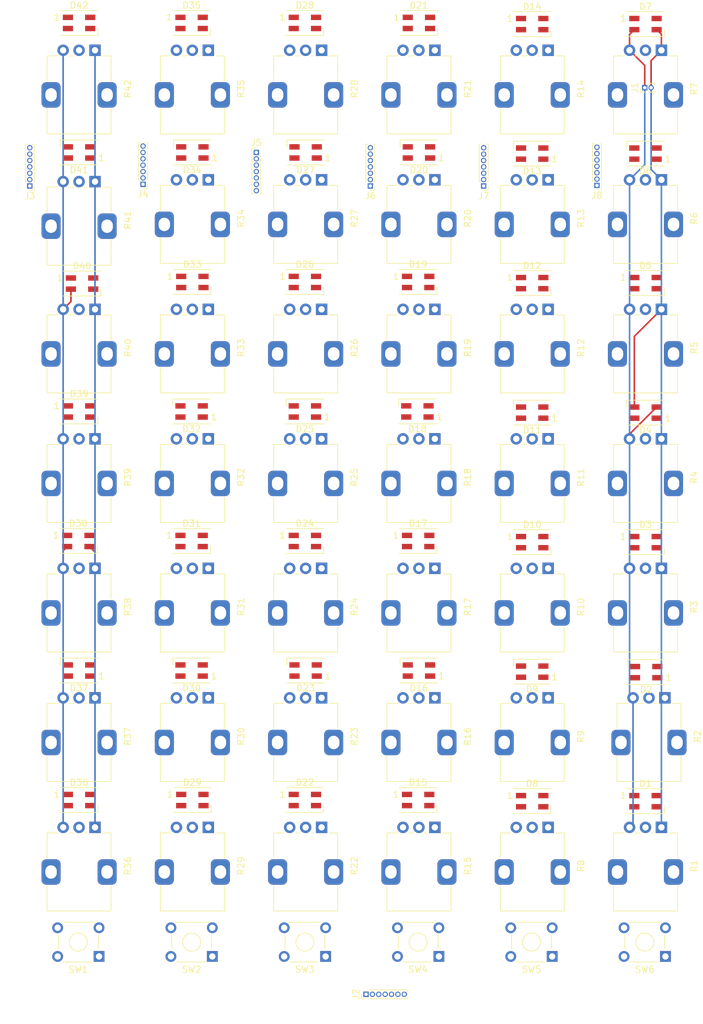
<source format=kicad_pcb>
(kicad_pcb (version 20211014) (generator pcbnew)
  (layers (0 "F.Cu" signal) (31 "B.Cu" signal) (34 "B.Paste" user) (35 "F.Paste" user) (36 "B.SilkS" user "B.Silkscreen") (37 "F.SilkS" user "F.Silkscreen") (38 "B.Mask" user) (39 "F.Mask" user) (44 "Edge.Cuts" user))
  (net 0 "")
  (net 1 "Net-(D1-Pad1)")
  (net 2 "GROUND")
  (net 3 "5VDC")
  (net 4 "LED_CNTRL")
  (net 5 "Net-(D2-Pad4)")
  (net 6 "Net-(D10-Pad1)")
  (net 7 "Net-(D13-Pad4)")
  (net 8 "Net-(D16-Pad4)")
  (net 9 "Net-(D22-Pad4)")
  (net 10 "Net-(D29-Pad4)")
  (net 11 "Net-(D31-Pad1)")
  (net 12 "Net-(D32-Pad1)")
  (net 13 "Net-(D34-Pad4)")
  (net 14 "Net-(D35-Pad4)")
  (net 15 "Net-(D37-Pad1)")
  (net 16 "Net-(D38-Pad1)")
  (net 17 "B6_1")
  (net 18 "B6_2")
  (net 19 "B6_3")
  (net 20 "B6_4")
  (net 21 "B6_5")
  (net 22 "B6_6")
  (net 23 "B6_7")
  (net 24 "B5_1")
  (net 25 "B5_2")
  (net 26 "B5_3")
  (net 27 "B5_4")
  (net 28 "B5_5")
  (net 29 "B5_6")
  (net 30 "B5_7")
  (net 31 "B2_1")
  (net 32 "B2_2")
  (net 33 "B2_3")
  (net 34 "B2_4")
  (net 35 "B2_5")
  (net 36 "B2_6")
  (net 37 "B2_7")
  (net 38 "B1_1")
  (net 39 "B1_2")
  (net 40 "B1_3")
  (net 41 "B1_4")
  (net 42 "B1_5")
  (net 43 "B1_6")
  (net 44 "B1_7")
  (net 45 "B6_8")
  (net 46 "B5_8")
  (net 47 "B4_8")
  (net 48 "B3_8")
  (net 49 "B2_8")
  (net 50 "B1_8")
  (footprint "LED_SMD:LED_SK6812MINI_PLCC4_3.5x3.5mm_P1.75mm" (layer "F.Cu") (at 36.24 19.19)
    (fp_text reference "D42")
    (fp_text value "NeoPixel_THT")
  )
  (footprint "LED_SMD:LED_SK6812MINI_PLCC4_3.5x3.5mm_P1.75mm" (layer "F.Cu") (at 53.902 80.15 180)
    (fp_text reference "D32")
    (fp_text value "NeoPixel_THT")
  )
  (footprint "Potentiometer_THT:Potentiometer_Alps_RK09K_Single_Vertical" (layer "F.Cu") (at 109.86 23.48 -90)
    (fp_text reference "R14")
    (fp_text value "R_Potentiometer")
  )
  (footprint "Potentiometer_THT:Potentiometer_Alps_RK09K_Single_Vertical" (layer "F.Cu") (at 109.86 104.76 -90)
    (fp_text reference "R10")
    (fp_text value "R_Potentiometer")
  )
  (footprint "Potentiometer_THT:Potentiometer_Alps_RK09K_Single_Vertical" (layer "F.Cu") (at 109.86 64.12 -90)
    (fp_text reference "R12")
    (fp_text value "R_Potentiometer")
  )
  (footprint "Potentiometer_THT:Potentiometer_Alps_RK09K_Single_Vertical" (layer "F.Cu") (at 38.74 125.08 -90)
    (fp_text reference "R37")
    (fp_text value "R_Potentiometer")
  )
  (footprint "Potentiometer_THT:Potentiometer_Alps_RK09K_Single_Vertical" (layer "F.Cu") (at 74.3 23.48 -90)
    (fp_text reference "R28")
    (fp_text value "R_Potentiometer")
  )
  (footprint "Connector_PinHeader_1.00mm:PinHeader_1x07_P1.00mm_Vertical" (layer "F.Cu") (at 81.28 171.59 90)
    (fp_text reference "J2")
    (fp_text value "Conn_01x07")
  )
  (footprint "LED_SMD:LED_SK6812MINI_PLCC4_3.5x3.5mm_P1.75mm" (layer "F.Cu") (at 125.14 60.01)
    (fp_text reference "D5")
    (fp_text value "NeoPixel_THT")
  )
  (footprint "LED_SMD:LED_SK6812MINI_PLCC4_3.5x3.5mm_P1.75mm" (layer "F.Cu") (at 36.712 60.08)
    (fp_text reference "D40")
    (fp_text value "NeoPixel_THT")
  )
  (footprint "LED_SMD:LED_SK6812MINI_PLCC4_3.5x3.5mm_P1.75mm" (layer "F.Cu") (at 71.682 19.19)
    (fp_text reference "D28")
    (fp_text value "NeoPixel_THT")
  )
  (footprint "LED_SMD:LED_SK6812MINI_PLCC4_3.5x3.5mm_P1.75mm" (layer "F.Cu") (at 125.14 19.37)
    (fp_text reference "D7")
    (fp_text value "NeoPixel_THT")
  )
  (footprint "Potentiometer_THT:Potentiometer_Alps_RK09K_Single_Vertical" (layer "F.Cu") (at 38.74 104.76 -90)
    (fp_text reference "R38")
    (fp_text value "R_Potentiometer")
  )
  (footprint "Potentiometer_THT:Potentiometer_Alps_RK09K_Single_Vertical" (layer "F.Cu") (at 127.64 145.4 -90)
    (fp_text reference "R1")
    (fp_text value "R_Potentiometer")
  )
  (footprint "LED_SMD:LED_SK6812MINI_PLCC4_3.5x3.5mm_P1.75mm" (layer "F.Cu") (at 107.36 80.33 180)
    (fp_text reference "D11")
    (fp_text value "NeoPixel_THT")
  )
  (footprint "LED_SMD:LED_SK6812MINI_PLCC4_3.5x3.5mm_P1.75mm" (layer "F.Cu") (at 36.24 141.11)
    (fp_text reference "D36")
    (fp_text value "NeoPixel_THT")
  )
  (footprint "Button_Switch_THT:SW_TH_Tactile_Omron_B3F-10xx" (layer "F.Cu") (at 92.713787 165.651574 180)
    (fp_text reference "SW4")
    (fp_text value "SW_MEC_5E")
  )
  (footprint "LED_SMD:LED_SK6812MINI_PLCC4_3.5x3.5mm_P1.75mm" (layer "F.Cu") (at 107.36 39.69 180)
    (fp_text reference "D13")
    (fp_text value "NeoPixel_THT")
  )
  (footprint "Button_Switch_THT:SW_TH_Tactile_Omron_B3F-10xx" (layer "F.Cu") (at 39.373787 165.651574 180)
    (fp_text reference "SW1")
    (fp_text value "SW_MEC_5E")
  )
  (footprint "Potentiometer_THT:Potentiometer_Alps_RK09K_Single_Vertical" (layer "F.Cu") (at 109.86 43.8 -90)
    (fp_text reference "R13")
    (fp_text value "R_Potentiometer")
  )
  (footprint "Potentiometer_THT:Potentiometer_Alps_RK09K_Single_Vertical" (layer "F.Cu") (at 74.3 64.12 -90)
    (fp_text reference "R26")
    (fp_text value "R_Potentiometer")
  )
  (footprint "Potentiometer_THT:Potentiometer_Alps_RK09K_Single_Vertical" (layer "F.Cu") (at 92.08 23.48 -90)
    (fp_text reference "R21")
    (fp_text value "R_Potentiometer")
  )
  (footprint "Potentiometer_THT:Potentiometer_Alps_RK09K_Single_Vertical" (layer "F.Cu") (at 74.3 84.44 -90)
    (fp_text reference "R25")
    (fp_text value "R_Potentiometer")
  )
  (footprint "Potentiometer_THT:Potentiometer_Alps_RK09K_Single_Vertical" (layer "F.Cu") (at 38.74 145.4 -90)
    (fp_text reference "R36")
    (fp_text value "R_Potentiometer")
  )
  (footprint "Potentiometer_THT:Potentiometer_Alps_RK09K_Single_Vertical" (layer "F.Cu") (at 92.08 145.4 -90)
    (fp_text reference "R15")
    (fp_text value "R_Potentiometer")
  )
  (footprint "LED_SMD:LED_SK6812MINI_PLCC4_3.5x3.5mm_P1.75mm" (layer "F.Cu") (at 54.02 141.11)
    (fp_text reference "D29")
    (fp_text value "NeoPixel_THT")
  )
  (footprint "LED_SMD:LED_SK6812MINI_PLCC4_3.5x3.5mm_P1.75mm" (layer "F.Cu") (at 89.58 39.51 180)
    (fp_text reference "D20")
    (fp_text value "NeoPixel_THT")
  )
  (footprint "Connector_PinHeader_1.00mm:PinHeader_1x07_P1.00mm_Vertical" (layer "F.Cu") (at 28.502 44.77 180)
    (fp_text reference "J3")
    (fp_text value "Conn_01x07")
  )
  (footprint "LED_SMD:LED_SK6812MINI_PLCC4_3.5x3.5mm_P1.75mm" (layer "F.Cu") (at 71.682 59.83)
    (fp_text reference "D26")
    (fp_text value "NeoPixel_THT")
  )
  (footprint "Potentiometer_THT:Potentiometer_Alps_RK09K_Single_Vertical" (layer "F.Cu") (at 109.86 145.4 -90)
    (fp_text reference "R8")
    (fp_text value "R_Potentiometer")
  )
  (footprint "LED_SMD:LED_SK6812MINI_PLCC4_3.5x3.5mm_P1.75mm" (layer "F.Cu") (at 71.8 120.79 180)
    (fp_text reference "D23")
    (fp_text value "NeoPixel_THT")
  )
  (footprint "Potentiometer_THT:Potentiometer_Alps_RK09K_Single_Vertical" (layer "F.Cu") (at 92.08 104.76 -90)
    (fp_text reference "R17")
    (fp_text value "R_Potentiometer")
  )
  (footprint "Button_Switch_THT:SW_TH_Tactile_Omron_B3F-10xx" (layer "F.Cu") (at 57.153787 165.651574 180)
    (fp_text reference "SW2")
    (fp_text value "SW_MEC_5E")
  )
  (footprint "Potentiometer_THT:Potentiometer_Alps_RK09K_Single_Vertical" (layer "F.Cu") (at 74.3 145.4 -90)
    (fp_text reference "R22")
    (fp_text value "R_Potentiometer")
  )
  (footprint "LED_SMD:LED_SK6812MINI_PLCC4_3.5x3.5mm_P1.75mm" (layer "F.Cu") (at 125.14 100.65)
    (fp_text reference "D3")
    (fp_text value "NeoPixel_THT")
  )
  (footprint "Potentiometer_THT:Potentiometer_Alps_RK09K_Single_Vertical" (layer "F.Cu") (at 74.3 43.8 -90)
    (fp_text reference "R27")
    (fp_text value "R_Potentiometer")
  )
  (footprint "Potentiometer_THT:Potentiometer_Alps_RK09K_Single_Vertical" (layer "F.Cu") (at 56.52 125.08 -90)
    (fp_text reference "R30")
    (fp_text value "R_Potentiometer")
  )
  (footprint "Button_Switch_THT:SW_TH_Tactile_Omron_B3F-10xx" (layer "F.Cu") (at 128.273787 165.651574 180)
    (fp_text reference "SW6")
    (fp_text value "SW_MEC_5E")
  )
  (footprint "Potentiometer_THT:Potentiometer_Alps_RK09K_Single_Vertical" (layer "F.Cu") (at 38.74 44.08 -90)
    (fp_text reference "R41")
    (fp_text value "R_Potentiometer")
  )
  (footprint "Connector_PinHeader_1.00mm:PinHeader_1x02_P1.00mm_Vertical" (layer "F.Cu") (at 125.022 29.35 90)
    (fp_text reference "J1")
    (fp_text value "Conn_01x02")
  )
  (footprint "Potentiometer_THT:Potentiometer_Alps_RK09K_Single_Vertical" (layer "F.Cu") (at 128.19 125.08 -90)
    (fp_text reference "R2")
    (fp_text value "R_Potentiometer")
  )
  (footprint "Potentiometer_THT:Potentiometer_Alps_RK09K_Single_Vertical" (layer "F.Cu") (at 56.52 145.4 -90)
    (fp_text reference "R29")
    (fp_text value "R_Potentiometer")
  )
  (footprint "LED_SMD:LED_SK6812MINI_PLCC4_3.5x3.5mm_P1.75mm" (layer "F.Cu") (at 53.902 19.19)
    (fp_text reference "D35")
    (fp_text value "NeoPixel_THT")
  )
  (footprint "LED_SMD:LED_SK6812MINI_PLCC4_3.5x3.5mm_P1.75mm" (layer "F.Cu") (at 89.462 141.11)
    (fp_text reference "D15")
    (fp_text value "NeoPixel_THT")
  )
  (footprint "Potentiometer_THT:Potentiometer_Alps_RK09K_Single_Vertical" (layer "F.Cu") (at 56.52 43.8 -90)
    (fp_text reference "R34")
    (fp_text value "R_Potentiometer")
  )
  (footprint "Button_Switch_THT:SW_TH_Tactile_Omron_B3F-10xx" (layer "F.Cu") (at 74.933787 165.651574 180)
    (fp_text reference "SW3")
    (fp_text value "SW_MEC_5E")
  )
  (footprint "Potentiometer_THT:Potentiometer_Alps_RK09K_Single_Vertical" (layer "F.Cu") (at 127.64 64.12 -90)
    (fp_text reference "R5")
    (fp_text value "R_Potentiometer")
  )
  (footprint "Connector_PinHeader_1.00mm:PinHeader_1x07_P1.00mm_Vertical" (layer "F.Cu") (at 64.062 39.51)
    (fp_text reference "J5")
    (fp_text value "Conn_01x07")
  )
  (footprint "LED_SMD:LED_SK6812MINI_PLCC4_3.5x3.5mm_P1.75mm" (layer "F.Cu") (at 107.36 100.65)
    (fp_text reference "D10")
    (fp_text value "NeoPixel_THT")
  )
  (footprint "Potentiometer_THT:Potentiometer_Alps_RK09K_Single_Vertical" (layer "F.Cu") (at 74.3 104.76 -90)
    (fp_text reference "R24")
    (fp_text value "R_Potentiometer")
  )
  (footprint "Connector_PinHeader_1.00mm:PinHeader_1x07_P1.00mm_Vertical" (layer "F.Cu") (at 46.282 44.51 180)
    (fp_text reference "J4")
    (fp_text value "Conn_01x07")
  )
  (footprint "LED_SMD:LED_SK6812MINI_PLCC4_3.5x3.5mm_P1.75mm" (layer "F.Cu") (at 107.36 19.37)
    (fp_text reference "D14")
    (fp_text value "NeoPixel_THT")
  )
  (footprint "LED_SMD:LED_SK6812MINI_PLCC4_3.5x3.5mm_P1.75mm" (layer "F.Cu") (at 107.36 141.29)
    (fp_text reference "D8")
    (fp_text value "NeoPixel_THT")
  )
  (footprint "LED_SMD:LED_SK6812MINI_PLCC4_3.5x3.5mm_P1.75mm" (layer "F.Cu") (at 107.36 60.01)
    (fp_text reference "D12")
    (fp_text value "NeoPixel_THT")
  )
  (footprint "Potentiometer_THT:Potentiometer_Alps_RK09K_Single_Vertical" (layer "F.Cu") (at 38.74 23.48 -90)
    (fp_text reference "R42")
    (fp_text value "R_Potentiometer")
  )
  (footprint "Potentiometer_THT:Potentiometer_Alps_RK09K_Single_Vertical" (layer "F.Cu") (at 74.3 125.08 -90)
    (fp_text reference "R23")
    (fp_text value "R_Potentiometer")
  )
  (footprint "LED_SMD:LED_SK6812MINI_PLCC4_3.5x3.5mm_P1.75mm" (layer "F.Cu") (at 107.36 120.97 180)
    (fp_text reference "D9")
    (fp_text value "NeoPixel_THT")
  )
  (footprint "Connector_PinHeader_1.00mm:PinHeader_1x07_P1.00mm_Vertical" (layer "F.Cu") (at 81.96 44.77 180)
    (fp_text reference "J6")
    (fp_text value "Conn_01x07")
  )
  (footprint "LED_SMD:LED_SK6812MINI_PLCC4_3.5x3.5mm_P1.75mm" (layer "F.Cu") (at 36.24 39.51 180)
    (fp_text reference "D41")
    (fp_text value "NeoPixel_THT")
  )
  (footprint "LED_SMD:LED_SK6812MINI_PLCC4_3.5x3.5mm_P1.75mm" (layer "F.Cu") (at 89.462 59.83)
    (fp_text reference "D19")
    (fp_text value "NeoPixel_THT")
  )
  (footprint "LED_SMD:LED_SK6812MINI_PLCC4_3.5x3.5mm_P1.75mm" (layer "F.Cu") (at 125.25 121.045 180)
    (fp_text reference "D2")
    (fp_text value "NeoPixel_THT")
  )
  (footprint "LED_SMD:LED_SK6812MINI_PLCC4_3.5x3.5mm_P1.75mm" (layer "F.Cu") (at 53.902 100.47)
    (fp_text reference "D31")
    (fp_text value "NeoPixel_THT")
  )
  (footprint "Potentiometer_THT:Potentiometer_Alps_RK09K_Single_Vertical" (layer "F.Cu") (at 38.74 64.12 -90)
    (fp_text reference "R40")
    (fp_text value "R_Potentiometer")
  )
  (footprint "Potentiometer_THT:Potentiometer_Alps_RK09K_Single_Vertical" (layer "F.Cu") (at 127.64 23.48 -90)
    (fp_text reference "R7")
    (fp_text value "R_Potentiometer")
  )
  (footprint "Potentiometer_THT:Potentiometer_Alps_RK09K_Single_Vertical" (layer "F.Cu") (at 127.64 84.44 -90)
    (fp_text reference "R4")
    (fp_text value "R_Potentiometer")
  )
  (footprint "LED_SMD:LED_SK6812MINI_PLCC4_3.5x3.5mm_P1.75mm" (layer "F.Cu") (at 125.14 141.29)
    (fp_text reference "D1")
    (fp_text value "NeoPixel_THT")
  )
  (footprint "Potentiometer_THT:Potentiometer_Alps_RK09K_Single_Vertical" (layer "F.Cu") (at 92.08 84.44 -90)
    (fp_text reference "R18")
    (fp_text value "R_Potentiometer")
  )
  (footprint "Potentiometer_THT:Potentiometer_Alps_RK09K_Single_Vertical" (layer "F.Cu") (at 92.08 64.12 -90)
    (fp_text reference "R19")
    (fp_text value "R_Potentiometer")
  )
  (footprint "Potentiometer_THT:Potentiometer_Alps_RK09K_Single_Vertical" (layer "F.Cu") (at 109.86 125.08 -90)
    (fp_text reference "R9")
    (fp_text value "R_Potentiometer")
  )
  (footprint "LED_SMD:LED_SK6812MINI_PLCC4_3.5x3.5mm_P1.75mm" (layer "F.Cu") (at 53.902 120.79 180)
    (fp_text reference "D30")
    (fp_text value "NeoPixel_THT")
  )
  (footprint "LED_SMD:LED_SK6812MINI_PLCC4_3.5x3.5mm_P1.75mm" (layer "F.Cu") (at 71.682 141.11)
    (fp_text reference "D22")
    (fp_text value "NeoPixel_THT")
  )
  (footprint "Connector_PinHeader_1.00mm:PinHeader_1x07_P1.00mm_Vertical" (layer "F.Cu") (at 99.74 44.77 180)
    (fp_text reference "J7")
    (fp_text value "Conn_01x07")
  )
  (footprint "LED_SMD:LED_SK6812MINI_PLCC4_3.5x3.5mm_P1.75mm" (layer "F.Cu") (at 125.14 39.69 180)
    (fp_text reference "D6")
    (fp_text value "NeoPixel_THT")
  )
  (footprint "LED_SMD:LED_SK6812MINI_PLCC4_3.5x3.5mm_P1.75mm" (layer "F.Cu") (at 71.682 80.15 180)
    (fp_text reference "D25")
    (fp_text value "NeoPixel_THT")
  )
  (footprint "Potentiometer_THT:Potentiometer_Alps_RK09K_Single_Vertical" (layer "F.Cu") (at 92.08 125.08 -90)
    (fp_text reference "R16")
    (fp_text value "R_Potentiometer")
  )
  (footprint "LED_SMD:LED_SK6812MINI_PLCC4_3.5x3.5mm_P1.75mm" (layer "F.Cu") (at 71.682 100.47)
    (fp_text reference "D24")
    (fp_text value "NeoPixel_THT")
  )
  (footprint "Potentiometer_THT:Potentiometer_Alps_RK09K_Single_Vertical" (layer "F.Cu") (at 109.86 84.44 -90)
    (fp_text reference "R11")
    (fp_text value "R_Potentiometer")
  )
  (footprint "Potentiometer_THT:Potentiometer_Alps_RK09K_Single_Vertical" (layer "F.Cu") (at 56.52 104.76 -90)
    (fp_text reference "R31")
    (fp_text value "R_Potentiometer")
  )
  (footprint "LED_SMD:LED_SK6812MINI_PLCC4_3.5x3.5mm_P1.75mm" (layer "F.Cu") (at 36.24 80.15)
    (fp_text reference "D39")
    (fp_text value "NeoPixel_THT")
  )
  (footprint "Potentiometer_THT:Potentiometer_Alps_RK09K_Single_Vertical" (layer "F.Cu") (at 56.52 84.44 -90)
    (fp_text reference "R32")
    (fp_text value "R_Potentiometer")
  )
  (footprint "Potentiometer_THT:Potentiometer_Alps_RK09K_Single_Vertical" (layer "F.Cu") (at 56.52 64.12 -90)
    (fp_text reference "R33")
    (fp_text value "R_Potentiometer")
  )
  (footprint "Potentiometer_THT:Potentiometer_Alps_RK09K_Single_Vertical" (layer "F.Cu") (at 127.64 104.76 -90)
    (fp_text reference "R3")
    (fp_text value "R_Potentiometer")
  )
  (footprint "Potentiometer_THT:Potentiometer_Alps_RK09K_Single_Vertical" (layer "F.Cu") (at 38.74 84.44 -90)
    (fp_text reference "R39")
    (fp_text value "R_Potentiometer")
  )
  (footprint "LED_SMD:LED_SK6812MINI_PLCC4_3.5x3.5mm_P1.75mm" (layer "F.Cu") (at 89.342835 80.139758 180)
    (fp_text reference "D18")
    (fp_text value "NeoPixel_THT")
  )
  (footprint "LED_SMD:LED_SK6812MINI_PLCC4_3.5x3.5mm_P1.75mm" (layer "F.Cu") (at 54.02 59.83)
    (fp_text reference "D33")
    (fp_text value "NeoPixel_THT")
  )
  (footprint "LED_SMD:LED_SK6812MINI_PLCC4_3.5x3.5mm_P1.75mm" (layer "F.Cu") (at 36.24 120.79 180)
    (fp_text reference "D37")
    (fp_text value "NeoPixel_THT")
  )
  (footprint "LED_SMD:LED_SK6812MINI_PLCC4_3.5x3.5mm_P1.75mm" (layer "F.Cu") (at 89.462 100.47)
    (fp_text reference "D17")
    (fp_text value "NeoPixel_THT")
  )
  (footprint "Potentiometer_THT:Potentiometer_Alps_RK09K_Single_Vertical" (layer "F.Cu") (at 56.52 23.48 -90)
    (fp_text reference "R35")
    (fp_text value "R_Potentiometer")
  )
  (footprint "LED_SMD:LED_SK6812MINI_PLCC4_3.5x3.5mm_P1.75mm" (layer "F.Cu") (at 71.8 39.51 180)
    (fp_text reference "D27")
    (fp_text value "NeoPixel_THT")
  )
  (footprint "LED_SMD:LED_SK6812MINI_PLCC4_3.5x3.5mm_P1.75mm" (layer "F.Cu") (at 89.58 120.79 180)
    (fp_text reference "D16")
    (fp_text value "NeoPixel_THT")
  )
  (footprint "LED_SMD:LED_SK6812MINI_PLCC4_3.5x3.5mm_P1.75mm" (layer "F.Cu") (at 89.58 19.19)
    (fp_text reference "D21")
    (fp_text value "NeoPixel_THT")
  )
  (footprint "Button_Switch_THT:SW_TH_Tactile_Omron_B3F-10xx" (layer "F.Cu") (at 110.493787 165.651574 180)
    (fp_text reference "SW5")
    (fp_text value "SW_MEC_5E")
  )
  (footprint "LED_SMD:LED_SK6812MINI_PLCC4_3.5x3.5mm_P1.75mm" (layer "F.Cu") (at 125.14 80.33 180)
    (fp_text reference "D4")
    (fp_text value "NeoPixel_THT")
  )
  (footprint "LED_SMD:LED_SK6812MINI_PLCC4_3.5x3.5mm_P1.75mm" (layer "F.Cu") (at 36.122 100.47)
    (fp_text reference "D38")
    (fp_text value "NeoPixel_THT")
  )
  (footprint "Potentiometer_THT:Potentiometer_Alps_RK09K_Single_Vertical" (layer "F.Cu") (at 127.64 43.8 -90)
    (fp_text reference "R6")
    (fp_text value "R_Potentiometer")
  )
  (footprint "LED_SMD:LED_SK6812MINI_PLCC4_3.5x3.5mm_P1.75mm" (layer "F.Cu") (at 54.02 39.51 180)
    (fp_text reference "D34")
    (fp_text value "NeoPixel_THT")
  )
  (footprint "Potentiometer_THT:Potentiometer_Alps_RK09K_Single_Vertical" (layer "F.Cu") (at 92.08 43.8 -90)
    (fp_text reference "R20")
    (fp_text value "R_Potentiometer")
  )
  (footprint "Connector_PinHeader_1.00mm:PinHeader_1x07_P1.00mm_Vertical" (layer "F.Cu") (at 117.52 44.69 180)
    (fp_text reference "J8")
    (fp_text value "Conn_01x07")
  )
  (segment (start 122.64 84.44) (end 122.64 83.705) (width 0.25) (layer "F.Cu") (net 2))
  (segment (start 34.962 62.898) (end 34.962 60.955) (width 0.25) (layer "F.Cu") (net 2))
  (segment (start 33.74 101.977) (end 34.372 101.345) (width 0.25) (layer "F.Cu") (net 2))
  (segment (start 122.64 23.48) (end 122.64 20.995) (width 0.25) (layer "F.Cu") (net 2))
  (segment (start 125.022 25.862) (end 122.64 23.48) (width 0.25) (layer "F.Cu") (net 2))
  (segment (start 33.74 104.76) (end 33.74 101.977) (width 0.25) (layer "F.Cu") (net 2))
  (segment (start 125.022 29.35) (end 125.022 25.862) (width 0.25) (layer "F.Cu") (net 2))
  (segment (start 33.74 64.12) (end 34.962 62.898) (width 0.25) (layer "F.Cu") (net 2))
  (segment (start 122.64 83.705) (end 126.89 79.455) (width 0.25) (layer "F.Cu") (net 2))
  (segment (start 122.64 20.995) (end 123.39 20.245) (width 0.25) (layer "F.Cu") (net 2))
  (segment (start 122.64 124.53) (end 123.19 125.08) (width 0.25) (layer "B.Cu") (net 2))
  (segment (start 33.74 125.08) (end 33.74 104.76) (width 0.25) (layer "B.Cu") (net 2))
  (segment (start 33.74 145.4) (end 33.74 125.08) (width 0.25) (layer "B.Cu") (net 2))
  (segment (start 122.64 84.44) (end 122.64 64.12) (width 0.25) (layer "B.Cu") (net 2))
  (segment (start 125.022 41.418) (end 125.022 29.35) (width 0.25) (layer "B.Cu") (net 2))
  (segment (start 123.19 144.85) (end 123.19 125.08) (width 0.25) (layer "B.Cu") (net 2))
  (segment (start 122.64 145.4) (end 123.19 144.85) (width 0.25) (layer "B.Cu") (net 2))
  (segment (start 33.74 44.08) (end 33.74 64.12) (width 0.25) (layer "B.Cu") (net 2))
  (segment (start 122.64 84.44) (end 122.64 104.76) (width 0.25) (layer "B.Cu") (net 2))
  (segment (start 33.74 84.44) (end 33.74 64.12) (width 0.25) (layer "B.Cu") (net 2))
  (segment (start 33.74 104.76) (end 33.74 84.44) (width 0.25) (layer "B.Cu") (net 2))
  (segment (start 122.64 43.8) (end 125.022 41.418) (width 0.25) (layer "B.Cu") (net 2))
  (segment (start 122.64 104.76) (end 122.64 124.53) (width 0.25) (layer "B.Cu") (net 2))
  (segment (start 122.64 64.12) (end 122.64 43.8) (width 0.25) (layer "B.Cu") (net 2))
  (segment (start 33.74 23.48) (end 33.74 44.08) (width 0.25) (layer "B.Cu") (net 2))
  (segment (start 126.925 20.245) (end 126.89 20.245) (width 0.25) (layer "F.Cu") (net 3))
  (segment (start 127.64 20.96) (end 126.925 20.245) (width 0.25) (layer "F.Cu") (net 3))
  (segment (start 38.74 104.76) (end 38.74 102.213) (width 0.25) (layer "F.Cu") (net 3))
  (segment (start 127.64 23.48) (end 127.64 20.96) (width 0.25) (layer "F.Cu") (net 3))
  (segment (start 126.022 25.098) (end 127.64 23.48) (width 0.25) (layer "F.Cu") (net 3))
  (segment (start 38.74 61.233) (end 38.462 60.955) (width 0.25) (layer "F.Cu") (net 3))
  (segment (start 123.39 79.455) (end 123.39 68.37) (width 0.25) (layer "F.Cu") (net 3))
  (segment (start 123.39 68.37) (end 127.64 64.12) (width 0.25) (layer "F.Cu") (net 3))
  (segment (start 126.022 29.35) (end 126.022 25.098) (width 0.25) (layer "F.Cu") (net 3))
  (segment (start 38.74 102.213) (end 37.872 101.345) (width 0.25) (layer "F.Cu") (net 3))
  (segment (start 38.74 64.12) (end 38.74 61.233) (width 0.25) (layer "F.Cu") (net 3))
  (segment (start 38.74 125.08) (end 38.74 104.76) (width 0.25) (layer "B.Cu") (net 3))
  (segment (start 38.74 64.12) (end 38.74 44.08) (width 0.25) (layer "B.Cu") (net 3))
  (segment (start 38.74 104.76) (end 38.74 84.44) (width 0.25) (layer "B.Cu") (net 3))
  (segment (start 127.64 104.76) (end 127.64 84.44) (width 0.25) (layer "B.Cu") (net 3))
  (segment (start 126.022 42.182) (end 127.64 43.8) (width 0.25) (layer "B.Cu") (net 3))
  (segment (start 128.19 125.08) (end 127.64 124.53) (width 0.25) (layer "B.Cu") (net 3))
  (segment (start 126.022 29.35) (end 126.022 42.182) (width 0.25) (layer "B.Cu") (net 3))
  (segment (start 127.64 125.63) (end 128.19 125.08) (width 0.25) (layer "B.Cu") (net 3))
  (segment (start 38.74 44.08) (end 38.74 23.48) (width 0.25) (layer "B.Cu") (net 3))
  (segment (start 127.64 64.12) (end 127.64 43.8) (width 0.25) (layer "B.Cu") (net 3))
  (segment (start 38.74 145.4) (end 38.74 125.08) (width 0.25) (layer "B.Cu") (net 3))
  (segment (start 127.64 145.4) (end 127.64 125.63) (width 0.25) (layer "B.Cu") (net 3))
  (segment (start 38.74 84.44) (end 38.74 64.12) (width 0.25) (layer "B.Cu") (net 3))
  (segment (start 127.64 124.53) (end 127.64 104.76) (width 0.25) (layer "B.Cu") (net 3))
  (segment (start 127.64 84.44) (end 127.64 64.12) (width 0.25) (layer "B.Cu") (net 3))
)
</source>
